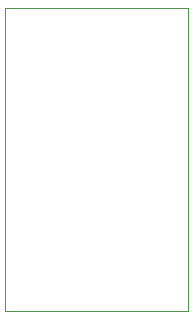
<source format=gbr>
%TF.GenerationSoftware,KiCad,Pcbnew,(7.0.0)*%
%TF.CreationDate,2023-05-24T22:36:58+02:00*%
%TF.ProjectId,WSON to SOIC,57534f4e-2074-46f2-9053-4f49432e6b69,rev?*%
%TF.SameCoordinates,Original*%
%TF.FileFunction,Profile,NP*%
%FSLAX46Y46*%
G04 Gerber Fmt 4.6, Leading zero omitted, Abs format (unit mm)*
G04 Created by KiCad (PCBNEW (7.0.0)) date 2023-05-24 22:36:58*
%MOMM*%
%LPD*%
G01*
G04 APERTURE LIST*
%TA.AperFunction,Profile*%
%ADD10C,0.100000*%
%TD*%
G04 APERTURE END LIST*
D10*
X119253000Y-74803000D02*
X134747000Y-74803000D01*
X134747000Y-74803000D02*
X134747000Y-100457000D01*
X134747000Y-100457000D02*
X119253000Y-100457000D01*
X119253000Y-100457000D02*
X119253000Y-74803000D01*
M02*

</source>
